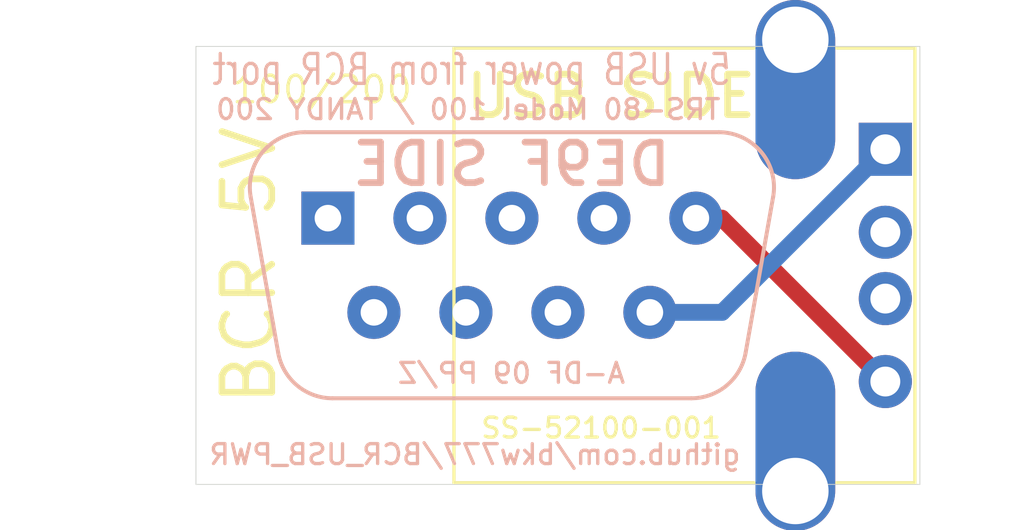
<source format=kicad_pcb>
(kicad_pcb (version 20171130) (host pcbnew 5.1.5-52549c5~84~ubuntu19.04.1)

  (general
    (thickness 1.6)
    (drawings 19)
    (tracks 4)
    (zones 0)
    (modules 2)
    (nets 4)
  )

  (page A4)
  (layers
    (0 F.Cu signal)
    (31 B.Cu signal)
    (32 B.Adhes user)
    (33 F.Adhes user)
    (34 B.Paste user)
    (35 F.Paste user)
    (36 B.SilkS user)
    (37 F.SilkS user)
    (38 B.Mask user)
    (39 F.Mask user)
    (40 Dwgs.User user hide)
    (41 Cmts.User user hide)
    (42 Eco1.User user hide)
    (43 Eco2.User user hide)
    (44 Edge.Cuts user)
    (45 Margin user hide)
    (46 B.CrtYd user hide)
    (47 F.CrtYd user hide)
    (48 B.Fab user hide)
    (49 F.Fab user hide)
  )

  (setup
    (last_trace_width 0.25)
    (user_trace_width 0.508)
    (trace_clearance 0.2)
    (zone_clearance 0.508)
    (zone_45_only no)
    (trace_min 0.2)
    (via_size 0.8)
    (via_drill 0.4)
    (via_min_size 0.4)
    (via_min_drill 0.3)
    (user_via 0.508 0.3048)
    (uvia_size 0.3)
    (uvia_drill 0.1)
    (uvias_allowed no)
    (uvia_min_size 0.2)
    (uvia_min_drill 0.1)
    (edge_width 0.05)
    (segment_width 0.2)
    (pcb_text_width 0.3)
    (pcb_text_size 1.5 1.5)
    (mod_edge_width 0.1016)
    (mod_text_size 1 1)
    (mod_text_width 0.15)
    (pad_size 1.524 1.524)
    (pad_drill 0.762)
    (pad_to_mask_clearance 0)
    (aux_axis_origin 0 0)
    (grid_origin 127 95.758)
    (visible_elements FFFFFF7F)
    (pcbplotparams
      (layerselection 0x010fc_ffffffff)
      (usegerberextensions false)
      (usegerberattributes false)
      (usegerberadvancedattributes false)
      (creategerberjobfile false)
      (excludeedgelayer true)
      (linewidth 0.100000)
      (plotframeref false)
      (viasonmask false)
      (mode 1)
      (useauxorigin false)
      (hpglpennumber 1)
      (hpglpenspeed 20)
      (hpglpendiameter 15.000000)
      (psnegative false)
      (psa4output false)
      (plotreference true)
      (plotvalue true)
      (plotinvisibletext false)
      (padsonsilk false)
      (subtractmaskfromsilk false)
      (outputformat 1)
      (mirror false)
      (drillshape 1)
      (scaleselection 1)
      (outputdirectory ""))
  )

  (net 0 "")
  (net 1 /+5V)
  (net 2 /GND)
  (net 3 "Net-(CN2-PadSH)")

  (net_class Default "This is the default net class."
    (clearance 0.2)
    (trace_width 0.25)
    (via_dia 0.8)
    (via_drill 0.4)
    (uvia_dia 0.3)
    (uvia_drill 0.1)
    (add_net /+5V)
    (add_net /GND)
    (add_net "Net-(CN2-PadSH)")
  )

  (module 0_LOCAL:USB_A_Female_UE27AC54100_cut (layer F.Cu) (tedit 5F100B70) (tstamp 5F0C1E7E)
    (at 135.55 95.758 270)
    (path /5F0C3585)
    (fp_text reference CN2 (at 0 -0.889 270 unlocked) (layer F.SilkS) hide
      (effects (font (size 1 1) (thickness 0.15)))
    )
    (fp_text value UE27AC54100 (at 0 11.35 270) (layer F.Fab)
      (effects (font (size 1 1) (thickness 0.15)))
    )
    (fp_line (start -6.55 -3.6) (end 6.55 -3.6) (layer F.SilkS) (width 0.1))
    (fp_line (start 6.55 1.25) (end 6.55 10.28) (layer F.SilkS) (width 0.1))
    (fp_line (start -6.55 1.25) (end -6.55 10.28) (layer F.SilkS) (width 0.1))
    (fp_line (start -6.55 -3.6) (end -6.55 -1.25) (layer F.SilkS) (width 0.1))
    (fp_line (start -6.55 -3.6) (end 6.55 -3.6) (layer F.Fab) (width 0.1))
    (fp_line (start 6.55 -3.6) (end 6.55 10.28) (layer F.Fab) (width 0.1))
    (fp_line (start -6.55 -3.6) (end -6.55 10.28) (layer F.Fab) (width 0.1))
    (fp_line (start -6.55 10.28) (end 6.55 10.28) (layer F.Fab) (width 0.1))
    (fp_line (start 6.55 -3.6) (end 6.55 -1.25) (layer F.SilkS) (width 0.1))
    (fp_line (start 6.55 10.28) (end -6.55 10.28) (layer F.SilkS) (width 0.1))
    (fp_line (start -6.75 -3.94) (end 6.75 -3.94) (layer F.CrtYd) (width 0.05))
    (fp_line (start 6.75 -3.94) (end 6.75 10.375) (layer F.CrtYd) (width 0.05))
    (fp_line (start -6.75 -3.94) (end -6.75 10.375) (layer F.CrtYd) (width 0.05))
    (fp_line (start -6.75 10.375) (end 6.75 10.375) (layer F.CrtYd) (width 0.05))
    (fp_text user %R (at -0.025 0.975 270) (layer F.Fab)
      (effects (font (size 1 1) (thickness 0.15)))
    )
    (pad 4 thru_hole circle (at 3.5 -2.71 270) (size 1.6 1.6) (drill 0.9) (layers *.Cu *.Mask)
      (net 2 /GND))
    (pad 3 thru_hole circle (at 1 -2.71 270) (size 1.6 1.6) (drill 0.9) (layers *.Cu *.Mask))
    (pad 2 thru_hole circle (at -1 -2.71 270) (size 1.6 1.6) (drill 0.9) (layers *.Cu *.Mask))
    (pad 1 thru_hole rect (at -3.5 -2.71 270) (size 1.6 1.6) (drill 0.9) (layers *.Cu *.Mask)
      (net 1 /+5V))
    (pad SH thru_hole oval (at 6.8 0 270) (size 5.4 2.4) (drill 2 (offset -1.5 0)) (layers *.Cu *.Mask)
      (net 3 "Net-(CN2-PadSH)"))
    (pad SH thru_hole oval (at -6.8 0 270) (size 5.4 2.4) (drill 2 (offset 1.5 0)) (layers *.Cu *.Mask)
      (net 3 "Net-(CN2-PadSH)"))
    (model ${KIPRJMOD}/3dmodels/USB-A_female_horiz_thru.step
      (offset (xyz 0 3.5 6.9))
      (scale (xyz 1 1 1))
      (rotate (xyz 0 0 0))
    )
  )

  (module 0_LOCAL:DSUB-9_Female_Vertical_metal (layer B.Cu) (tedit 5F0FFDBF) (tstamp 5F10118B)
    (at 121.475 94.333 180)
    (descr "9-pin D-Sub connector, straight/vertical, THT-mount, female, pitch 2.77x2.84mm, distance of mounting holes 25mm, see https://disti-assets.s3.amazonaws.com/tonar/files/datasheets/16730.pdf")
    (tags "9-pin D-Sub connector straight vertical THT female pitch 2.77x2.84mm mounting holes distance 25mm")
    (path /5F0C8236)
    (fp_text reference CN1 (at -5.5372 1.7018) (layer B.SilkS) hide
      (effects (font (size 1 1) (thickness 0.15)) (justify mirror))
    )
    (fp_text value DB9_Female (at -5.54 -8.73) (layer B.Fab)
      (effects (font (size 1 1) (thickness 0.15)) (justify mirror))
    )
    (fp_line (start 4.05 -6.775) (end -15.15 -6.775) (layer Dwgs.User) (width 0.12))
    (fp_line (start 4.05 3.925) (end 4.05 -6.775) (layer Dwgs.User) (width 0.12))
    (fp_line (start -15.15 3.925) (end 4.05 3.925) (layer Dwgs.User) (width 0.12))
    (fp_line (start -15.15 -6.775) (end -15.15 3.925) (layer Dwgs.User) (width 0.12))
    (fp_text user %R (at -5.54 -1.42) (layer B.Fab)
      (effects (font (size 1 1) (thickness 0.15)) (justify mirror))
    )
    (fp_line (start 9.85 4.35) (end -20.95 4.35) (layer B.CrtYd) (width 0.05))
    (fp_line (start 9.85 -7.19) (end 9.85 4.35) (layer B.CrtYd) (width 0.05))
    (fp_line (start -20.95 -7.19) (end 9.85 -7.19) (layer B.CrtYd) (width 0.05))
    (fp_line (start -20.95 4.35) (end -20.95 -7.19) (layer B.CrtYd) (width 0.05))
    (fp_line (start -13.40647 0.641744) (end -12.577733 -4.058256) (layer B.SilkS) (width 0.12))
    (fp_line (start 2.32647 0.641744) (end 1.497733 -4.058256) (layer B.SilkS) (width 0.12))
    (fp_line (start -10.942952 -5.43) (end -0.137048 -5.43) (layer B.SilkS) (width 0.12))
    (fp_line (start -11.771689 2.59) (end 0.691689 2.59) (layer B.SilkS) (width 0.12))
    (fp_line (start -13.358887 0.652163) (end -12.53015 -4.047837) (layer B.Fab) (width 0.1))
    (fp_line (start 2.278887 0.652163) (end 1.45015 -4.047837) (layer B.Fab) (width 0.1))
    (fp_line (start -10.954457 -5.37) (end -0.125543 -5.37) (layer B.Fab) (width 0.1))
    (fp_line (start -11.783194 2.53) (end 0.703194 2.53) (layer B.Fab) (width 0.1))
    (fp_arc (start -0.137048 -3.77) (end -0.137048 -5.43) (angle 80) (layer B.SilkS) (width 0.12))
    (fp_arc (start -10.942952 -3.77) (end -10.942952 -5.43) (angle -80) (layer B.SilkS) (width 0.12))
    (fp_arc (start 0.691689 0.93) (end 0.691689 2.59) (angle -100) (layer B.SilkS) (width 0.12))
    (fp_arc (start -11.771689 0.93) (end -11.771689 2.59) (angle 100) (layer B.SilkS) (width 0.12))
    (fp_arc (start -0.125543 -3.77) (end -0.125543 -5.37) (angle 80) (layer B.Fab) (width 0.1))
    (fp_arc (start -10.954457 -3.77) (end -10.954457 -5.37) (angle -80) (layer B.Fab) (width 0.1))
    (fp_arc (start 0.703194 0.93) (end 0.703194 2.53) (angle -100) (layer B.Fab) (width 0.1))
    (fp_arc (start -11.783194 0.93) (end -11.783194 2.53) (angle 100) (layer B.Fab) (width 0.1))
    (fp_line (start -5.54 -0.82) (end -5.54 -2.02) (layer Dwgs.User) (width 0.01))
    (fp_line (start -6.54 -1.42) (end -4.54 -1.42) (layer Dwgs.User) (width 0.01))
    (pad 9 thru_hole circle (at -9.695 -2.84 180) (size 1.6 1.6) (drill 0.8) (layers *.Cu *.Mask)
      (net 1 /+5V))
    (pad 8 thru_hole circle (at -6.925 -2.84 180) (size 1.6 1.6) (drill 0.8) (layers *.Cu *.Mask))
    (pad 7 thru_hole circle (at -4.155 -2.84 180) (size 1.6 1.6) (drill 0.8) (layers *.Cu *.Mask))
    (pad 6 thru_hole circle (at -1.385 -2.84 180) (size 1.6 1.6) (drill 0.8) (layers *.Cu *.Mask))
    (pad 5 thru_hole circle (at -11.08 0 180) (size 1.6 1.6) (drill 0.8) (layers *.Cu *.Mask)
      (net 2 /GND))
    (pad 4 thru_hole circle (at -8.31 0 180) (size 1.6 1.6) (drill 0.8) (layers *.Cu *.Mask))
    (pad 3 thru_hole circle (at -5.54 0 180) (size 1.6 1.6) (drill 0.8) (layers *.Cu *.Mask))
    (pad 2 thru_hole circle (at -2.77 0 180) (size 1.6 1.6) (drill 0.8) (layers *.Cu *.Mask))
    (pad 1 thru_hole rect (at 0 0 180) (size 1.6 1.6) (drill 0.8) (layers *.Cu *.Mask))
    (model ${KIPRJMOD}/3dmodels/DE9F_metal.step
      (offset (xyz -5.528 -1.42 6.35))
      (scale (xyz 1 1 1))
      (rotate (xyz 0 0 0))
    )
  )

  (gr_text 100/200 (at 121.3 90.458) (layer F.SilkS) (tstamp 5F10254C)
    (effects (font (size 0.8 0.8) (thickness 0.1)))
  )
  (gr_line (start 136.6 90.408) (end 136.6 101.108) (layer Dwgs.User) (width 0.15) (tstamp 5F0FEDB0))
  (gr_line (start 117.4 90.408) (end 136.6 90.408) (layer Dwgs.User) (width 0.15))
  (gr_line (start 117.4 101.108) (end 117.4 90.408) (layer Dwgs.User) (width 0.15))
  (gr_line (start 117.4 101.108) (end 136.6 101.108) (layer Dwgs.User) (width 0.15))
  (gr_text "A-DF 09 PP/Z" (at 127 99.008) (layer B.SilkS) (tstamp 5F0FB6BF)
    (effects (font (size 0.6 0.6) (thickness 0.1)) (justify mirror))
  )
  (gr_text SS-52100-001 (at 129.7 100.658) (layer F.SilkS) (tstamp 5F0FB5FB)
    (effects (font (size 0.6 0.6) (thickness 0.1)))
  )
  (gr_text github.com/bkw777/BCR_USB_PWR (at 125.9 101.458) (layer B.SilkS) (tstamp 5F0FA981)
    (effects (font (size 0.6 0.6) (thickness 0.1)) (justify mirror))
  )
  (gr_text "TRS-80 Model 100 / TANDY 200" (at 125.7 91.058) (layer B.SilkS) (tstamp 5F0FA697)
    (effects (font (size 0.6 0.6) (thickness 0.1)) (justify mirror))
  )
  (gr_text "5v USB power from BCR port" (at 125.8 89.858) (layer B.SilkS)
    (effects (font (size 0.9 0.7) (thickness 0.1)) (justify mirror))
  )
  (gr_line (start 114.3 87.376) (end 139.7 104.14) (layer Dwgs.User) (width 0.0254))
  (gr_line (start 114.3 104.14) (end 139.7 87.376) (layer Dwgs.User) (width 0.0254))
  (gr_text "BCR 5V" (at 119.1 95.758 90) (layer F.SilkS)
    (effects (font (size 1.5 1.5) (thickness 0.2)))
  )
  (gr_text "DE9F SIDE" (at 127.00508 92.708) (layer B.SilkS)
    (effects (font (size 1.2192 1.2192) (thickness 0.2032)) (justify mirror))
  )
  (gr_text "USB SIDE" (at 130 90.658) (layer F.SilkS)
    (effects (font (size 1.2192 1.2192) (thickness 0.2032)))
  )
  (gr_line (start 117.5 89.158) (end 117.5 102.358) (layer Edge.Cuts) (width 0.0254))
  (gr_line (start 139.3 89.158) (end 117.5 89.158) (layer Edge.Cuts) (width 0.0254))
  (gr_line (start 139.3 102.358) (end 139.3 89.158) (layer Edge.Cuts) (width 0.0254) (tstamp 5F0FF7D7))
  (gr_line (start 117.5 102.358) (end 139.3 102.358) (layer Edge.Cuts) (width 0.0254))

  (segment (start 133.345 97.173) (end 131.17 97.173) (width 0.508) (layer B.Cu) (net 1))
  (segment (start 138.26 92.258) (end 133.345 97.173) (width 0.508) (layer B.Cu) (net 1))
  (segment (start 133.335 94.333) (end 132.555 94.333) (width 0.508) (layer F.Cu) (net 2))
  (segment (start 138.26 99.258) (end 133.335 94.333) (width 0.508) (layer F.Cu) (net 2))

)

</source>
